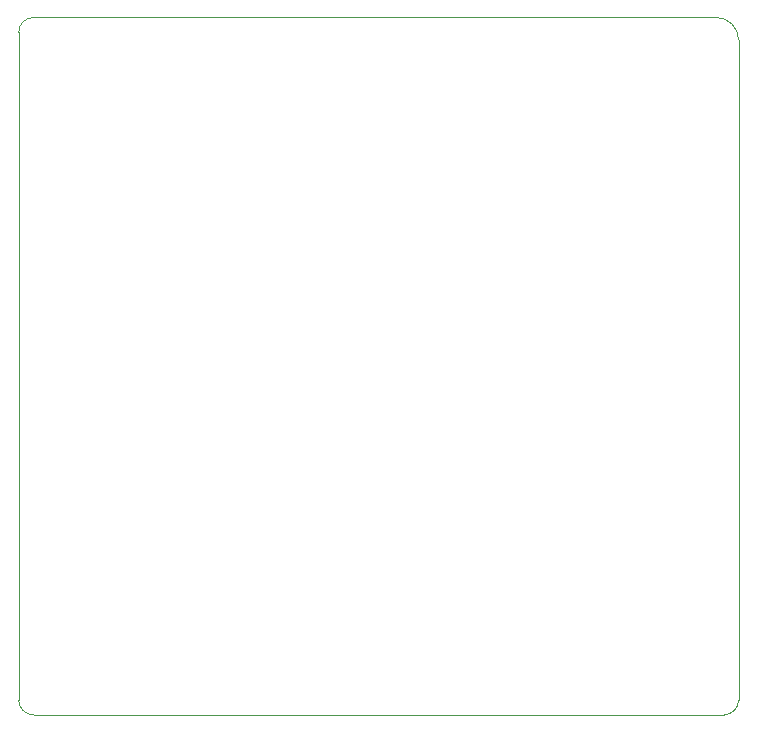
<source format=gbr>
%TF.GenerationSoftware,KiCad,Pcbnew,7.0.1*%
%TF.CreationDate,2024-08-10T04:53:00+08:00*%
%TF.ProjectId,BDST,42445354-2e6b-4696-9361-645f70636258,rev?*%
%TF.SameCoordinates,Original*%
%TF.FileFunction,Profile,NP*%
%FSLAX46Y46*%
G04 Gerber Fmt 4.6, Leading zero omitted, Abs format (unit mm)*
G04 Created by KiCad (PCBNEW 7.0.1) date 2024-08-10 04:53:00*
%MOMM*%
%LPD*%
G01*
G04 APERTURE LIST*
%TA.AperFunction,Profile*%
%ADD10C,0.100000*%
%TD*%
G04 APERTURE END LIST*
D10*
X88265000Y-37465000D02*
X88265000Y-93980000D01*
X89535000Y-95250000D02*
X147955000Y-95250000D01*
X147320000Y-36195000D02*
X89535000Y-36195000D01*
X149225000Y-38100000D02*
G75*
G03*
X147320000Y-36195000I-1905000J0D01*
G01*
X88265000Y-93980000D02*
G75*
G03*
X89535000Y-95250000I1270000J0D01*
G01*
X149225000Y-93980000D02*
X149225000Y-38100000D01*
X89535000Y-36195000D02*
G75*
G03*
X88265000Y-37465000I0J-1270000D01*
G01*
X147955000Y-95250000D02*
G75*
G03*
X149225000Y-93980000I0J1270000D01*
G01*
M02*

</source>
